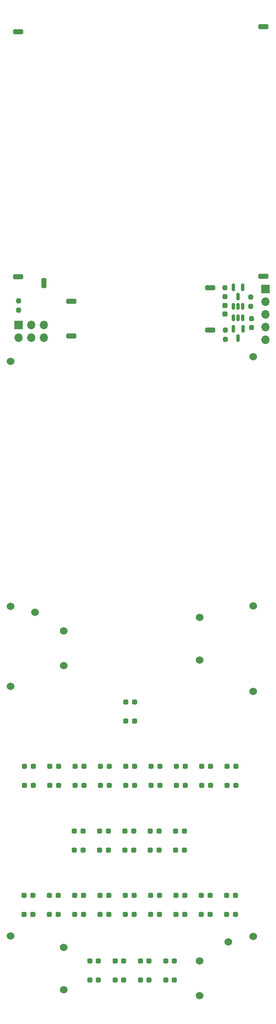
<source format=gbr>
G04 #@! TF.GenerationSoftware,KiCad,Pcbnew,(6.0.2)*
G04 #@! TF.CreationDate,2022-04-25T21:38:28-07:00*
G04 #@! TF.ProjectId,i-fucking-love-fucking-you,692d6675-636b-4696-9e67-2d6c6f76652d,rev?*
G04 #@! TF.SameCoordinates,Original*
G04 #@! TF.FileFunction,Soldermask,Bot*
G04 #@! TF.FilePolarity,Negative*
%FSLAX46Y46*%
G04 Gerber Fmt 4.6, Leading zero omitted, Abs format (unit mm)*
G04 Created by KiCad (PCBNEW (6.0.2)) date 2022-04-25 21:38:28*
%MOMM*%
%LPD*%
G01*
G04 APERTURE LIST*
G04 Aperture macros list*
%AMRoundRect*
0 Rectangle with rounded corners*
0 $1 Rounding radius*
0 $2 $3 $4 $5 $6 $7 $8 $9 X,Y pos of 4 corners*
0 Add a 4 corners polygon primitive as box body*
4,1,4,$2,$3,$4,$5,$6,$7,$8,$9,$2,$3,0*
0 Add four circle primitives for the rounded corners*
1,1,$1+$1,$2,$3*
1,1,$1+$1,$4,$5*
1,1,$1+$1,$6,$7*
1,1,$1+$1,$8,$9*
0 Add four rect primitives between the rounded corners*
20,1,$1+$1,$2,$3,$4,$5,0*
20,1,$1+$1,$4,$5,$6,$7,0*
20,1,$1+$1,$6,$7,$8,$9,0*
20,1,$1+$1,$8,$9,$2,$3,0*%
G04 Aperture macros list end*
%ADD10RoundRect,0.237500X0.237500X-0.250000X0.237500X0.250000X-0.237500X0.250000X-0.237500X-0.250000X0*%
%ADD11RoundRect,0.150000X-0.150000X0.587500X-0.150000X-0.587500X0.150000X-0.587500X0.150000X0.587500X0*%
%ADD12C,1.524000*%
%ADD13RoundRect,0.250000X0.250000X0.750000X-0.250000X0.750000X-0.250000X-0.750000X0.250000X-0.750000X0*%
%ADD14RoundRect,0.250000X0.750000X-0.250000X0.750000X0.250000X-0.750000X0.250000X-0.750000X-0.250000X0*%
%ADD15RoundRect,0.237500X0.287500X0.237500X-0.287500X0.237500X-0.287500X-0.237500X0.287500X-0.237500X0*%
%ADD16RoundRect,0.237500X0.237500X-0.300000X0.237500X0.300000X-0.237500X0.300000X-0.237500X-0.300000X0*%
%ADD17O,1.700000X1.700000*%
%ADD18R,1.700000X1.700000*%
%ADD19RoundRect,0.150000X-0.150000X0.512500X-0.150000X-0.512500X0.150000X-0.512500X0.150000X0.512500X0*%
G04 APERTURE END LIST*
D10*
G04 #@! TO.C,R5*
X194100000Y-76147217D03*
X194100000Y-74322217D03*
G04 #@! TD*
G04 #@! TO.C,R3*
X194000000Y-71847217D03*
X194000000Y-70022217D03*
G04 #@! TD*
D11*
G04 #@! TO.C,Q2*
X190500000Y-76397217D03*
X192400000Y-76397217D03*
X191450000Y-78272217D03*
G04 #@! TD*
G04 #@! TO.C,Q1*
X190450000Y-68097217D03*
X192350000Y-68097217D03*
X191400000Y-69972217D03*
G04 #@! TD*
D12*
G04 #@! TO.C,*
X145750000Y-82884717D03*
G04 #@! TD*
D13*
G04 #@! TO.C,*
X152500000Y-67184717D03*
G04 #@! TD*
D14*
G04 #@! TO.C,*
X158000000Y-77834717D03*
G04 #@! TD*
G04 #@! TO.C,*
X185800000Y-76634717D03*
G04 #@! TD*
D12*
G04 #@! TO.C,*
X145750000Y-131884717D03*
G04 #@! TD*
D14*
G04 #@! TO.C,*
X196500000Y-65834717D03*
G04 #@! TD*
D12*
G04 #@! TO.C,*
X194450000Y-131834717D03*
G04 #@! TD*
G04 #@! TO.C,*
X183750000Y-142634717D03*
G04 #@! TD*
D14*
G04 #@! TO.C,*
X185800000Y-68134717D03*
G04 #@! TD*
G04 #@! TO.C,*
X147300000Y-16934717D03*
G04 #@! TD*
D12*
G04 #@! TO.C,*
X156450000Y-136784717D03*
G04 #@! TD*
G04 #@! TO.C,*
X150700000Y-133084717D03*
G04 #@! TD*
D14*
G04 #@! TO.C,*
X196500000Y-15934717D03*
G04 #@! TD*
D12*
G04 #@! TO.C,*
X156450000Y-143784717D03*
G04 #@! TD*
G04 #@! TO.C,*
X183750000Y-134134717D03*
G04 #@! TD*
D14*
G04 #@! TO.C,*
X158000000Y-70834717D03*
G04 #@! TD*
D12*
G04 #@! TO.C,*
X194450000Y-81934717D03*
G04 #@! TD*
D15*
G04 #@! TO.C,D54*
X160395000Y-193544717D03*
X158645000Y-193544717D03*
G04 #@! TD*
G04 #@! TO.C,D34*
X170655000Y-167734717D03*
X168905000Y-167734717D03*
G04 #@! TD*
D12*
G04 #@! TO.C,*
X183750000Y-202834717D03*
G04 #@! TD*
D15*
G04 #@! TO.C,D20*
X163415000Y-206644717D03*
X161665000Y-206644717D03*
G04 #@! TD*
G04 #@! TO.C,D44*
X165475000Y-189734717D03*
X163725000Y-189734717D03*
G04 #@! TD*
D12*
G04 #@! TO.C,*
X183750000Y-209834717D03*
G04 #@! TD*
D15*
G04 #@! TO.C,D49*
X185795000Y-193544717D03*
X184045000Y-193544717D03*
G04 #@! TD*
G04 #@! TO.C,D10*
X170515000Y-180644717D03*
X168765000Y-180644717D03*
G04 #@! TD*
G04 #@! TO.C,D28*
X155415000Y-163924717D03*
X153665000Y-163924717D03*
G04 #@! TD*
G04 #@! TO.C,D25*
X170655000Y-163924717D03*
X168905000Y-163924717D03*
G04 #@! TD*
G04 #@! TO.C,D43*
X170555000Y-189734717D03*
X168805000Y-189734717D03*
G04 #@! TD*
G04 #@! TO.C,D31*
X185895000Y-167734717D03*
X184145000Y-167734717D03*
G04 #@! TD*
G04 #@! TO.C,D6*
X165435000Y-176834717D03*
X163685000Y-176834717D03*
G04 #@! TD*
G04 #@! TO.C,D29*
X150335000Y-163924717D03*
X148585000Y-163924717D03*
G04 #@! TD*
G04 #@! TO.C,D1*
X170675000Y-151034717D03*
X168925000Y-151034717D03*
G04 #@! TD*
G04 #@! TO.C,D3*
X180675000Y-176834717D03*
X178925000Y-176834717D03*
G04 #@! TD*
G04 #@! TO.C,D33*
X175735000Y-167734717D03*
X173985000Y-167734717D03*
G04 #@! TD*
G04 #@! TO.C,D52*
X170555000Y-193544717D03*
X168805000Y-193544717D03*
G04 #@! TD*
G04 #@! TO.C,D21*
X190975000Y-163924717D03*
X189225000Y-163924717D03*
G04 #@! TD*
D10*
G04 #@! TO.C,R1*
X147400000Y-72647217D03*
X147400000Y-70822217D03*
G04 #@! TD*
D15*
G04 #@! TO.C,D12*
X160355000Y-180644717D03*
X158605000Y-180644717D03*
G04 #@! TD*
G04 #@! TO.C,D45*
X160395000Y-189734717D03*
X158645000Y-189734717D03*
G04 #@! TD*
G04 #@! TO.C,D55*
X155315000Y-193544717D03*
X153565000Y-193544717D03*
G04 #@! TD*
G04 #@! TO.C,D40*
X185795000Y-189734717D03*
X184045000Y-189734717D03*
G04 #@! TD*
G04 #@! TO.C,D39*
X190875000Y-189734717D03*
X189125000Y-189734717D03*
G04 #@! TD*
G04 #@! TO.C,D14*
X173575000Y-202834717D03*
X171825000Y-202834717D03*
G04 #@! TD*
G04 #@! TO.C,D18*
X173575000Y-206644717D03*
X171825000Y-206644717D03*
G04 #@! TD*
G04 #@! TO.C,D32*
X180815000Y-167734717D03*
X179065000Y-167734717D03*
G04 #@! TD*
D10*
G04 #@! TO.C,R4*
X188900000Y-78447217D03*
X188900000Y-76622217D03*
G04 #@! TD*
D15*
G04 #@! TO.C,D11*
X165435000Y-180644717D03*
X163685000Y-180644717D03*
G04 #@! TD*
D14*
G04 #@! TO.C,REF\u002A\u002A*
X147300000Y-65934717D03*
G04 #@! TD*
D16*
G04 #@! TO.C,C1*
X188800000Y-73397217D03*
X188800000Y-71672217D03*
G04 #@! TD*
D15*
G04 #@! TO.C,D26*
X165575000Y-163924717D03*
X163825000Y-163924717D03*
G04 #@! TD*
G04 #@! TO.C,D47*
X150235000Y-189734717D03*
X148485000Y-189734717D03*
G04 #@! TD*
G04 #@! TO.C,D37*
X155415000Y-167734717D03*
X153665000Y-167734717D03*
G04 #@! TD*
G04 #@! TO.C,D46*
X155315000Y-189734717D03*
X153565000Y-189734717D03*
G04 #@! TD*
D12*
G04 #@! TO.C,*
X156450000Y-200134717D03*
G04 #@! TD*
D15*
G04 #@! TO.C,D30*
X190975000Y-167734717D03*
X189225000Y-167734717D03*
G04 #@! TD*
G04 #@! TO.C,D38*
X150335000Y-167734717D03*
X148585000Y-167734717D03*
G04 #@! TD*
G04 #@! TO.C,D5*
X170515000Y-176834717D03*
X168765000Y-176834717D03*
G04 #@! TD*
G04 #@! TO.C,D23*
X180815000Y-163924717D03*
X179065000Y-163924717D03*
G04 #@! TD*
G04 #@! TO.C,D56*
X150235000Y-193544717D03*
X148485000Y-193544717D03*
G04 #@! TD*
D12*
G04 #@! TO.C,*
X145750000Y-197834717D03*
G04 #@! TD*
G04 #@! TO.C,*
X145750000Y-147934717D03*
G04 #@! TD*
D17*
G04 #@! TO.C,J2*
X196900000Y-78594717D03*
X196900000Y-76054717D03*
X196900000Y-73514717D03*
X196900000Y-70974717D03*
D18*
X196900000Y-68434717D03*
G04 #@! TD*
D15*
G04 #@! TO.C,D41*
X180715000Y-189734717D03*
X178965000Y-189734717D03*
G04 #@! TD*
G04 #@! TO.C,D22*
X185895000Y-163924717D03*
X184145000Y-163924717D03*
G04 #@! TD*
D12*
G04 #@! TO.C,*
X194450000Y-197934717D03*
G04 #@! TD*
D15*
G04 #@! TO.C,D17*
X178655000Y-206644717D03*
X176905000Y-206644717D03*
G04 #@! TD*
D12*
G04 #@! TO.C,*
X189500000Y-199034717D03*
G04 #@! TD*
G04 #@! TO.C,*
X194450000Y-148934717D03*
G04 #@! TD*
D15*
G04 #@! TO.C,D53*
X165475000Y-193544717D03*
X163725000Y-193544717D03*
G04 #@! TD*
G04 #@! TO.C,D16*
X163415000Y-202834717D03*
X161665000Y-202834717D03*
G04 #@! TD*
G04 #@! TO.C,D51*
X175635000Y-193544717D03*
X173885000Y-193544717D03*
G04 #@! TD*
G04 #@! TO.C,D24*
X175735000Y-163924717D03*
X173985000Y-163924717D03*
G04 #@! TD*
G04 #@! TO.C,D48*
X190875000Y-193544717D03*
X189125000Y-193544717D03*
G04 #@! TD*
G04 #@! TO.C,D19*
X168495000Y-206644717D03*
X166745000Y-206644717D03*
G04 #@! TD*
G04 #@! TO.C,D50*
X180715000Y-193544717D03*
X178965000Y-193544717D03*
G04 #@! TD*
G04 #@! TO.C,D42*
X175635000Y-189734717D03*
X173885000Y-189734717D03*
G04 #@! TD*
G04 #@! TO.C,D8*
X180675000Y-180644717D03*
X178925000Y-180644717D03*
G04 #@! TD*
G04 #@! TO.C,D27*
X160495000Y-163924717D03*
X158745000Y-163924717D03*
G04 #@! TD*
D12*
G04 #@! TO.C,*
X156450000Y-208634717D03*
G04 #@! TD*
D15*
G04 #@! TO.C,D2*
X170675000Y-154844717D03*
X168925000Y-154844717D03*
G04 #@! TD*
D18*
G04 #@! TO.C,J1*
X147360000Y-75594717D03*
D17*
X147360000Y-78134717D03*
X149900000Y-75594717D03*
X149900000Y-78134717D03*
X152440000Y-75594717D03*
X152440000Y-78134717D03*
G04 #@! TD*
D15*
G04 #@! TO.C,D15*
X168495000Y-202834717D03*
X166745000Y-202834717D03*
G04 #@! TD*
G04 #@! TO.C,D4*
X175595000Y-176834717D03*
X173845000Y-176834717D03*
G04 #@! TD*
G04 #@! TO.C,D35*
X165575000Y-167734717D03*
X163825000Y-167734717D03*
G04 #@! TD*
G04 #@! TO.C,D9*
X175595000Y-180644717D03*
X173845000Y-180644717D03*
G04 #@! TD*
G04 #@! TO.C,D7*
X160355000Y-176834717D03*
X158605000Y-176834717D03*
G04 #@! TD*
G04 #@! TO.C,D36*
X160495000Y-167734717D03*
X158745000Y-167734717D03*
G04 #@! TD*
D10*
G04 #@! TO.C,R2*
X188800000Y-69947217D03*
X188800000Y-68122217D03*
G04 #@! TD*
D15*
G04 #@! TO.C,D13*
X178655000Y-202834717D03*
X176905000Y-202834717D03*
G04 #@! TD*
D19*
G04 #@! TO.C,U1*
X190450000Y-71897217D03*
X191400000Y-71897217D03*
X192350000Y-71897217D03*
X192350000Y-74172217D03*
X191400000Y-74172217D03*
X190450000Y-74172217D03*
G04 #@! TD*
M02*

</source>
